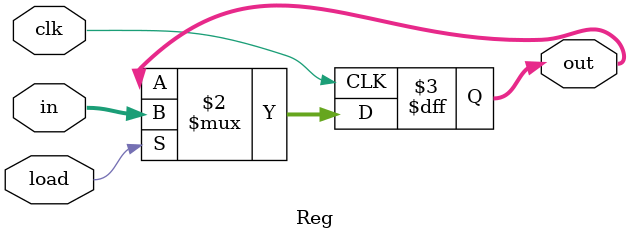
<source format=v>
`define MREAD 2'b10
`define MWRITE 2'b01
`define MNONE 2'b00

module RISCMACHINE(KEY,SW,LEDR,HEX0,HEX1,HEX2,HEX3,HEX4,HEX5,CLOCK_50);
    input [3:0] KEY;
    input CLOCK_50;
    input [9:0] SW;
    output [9:0] LEDR;
    output [6:0] HEX0, HEX1, HEX2, HEX3, HEX4, HEX5;

    wire N,V,Z,w,switch_reader, switch_writer;
    reg [7:0] read_address, write_address ;
    reg write;
    reg [15:0] read_data;
    wire [15:0] din, dout, write_data;
    wire msel,reader,writer;
    reg triInp1,triInp2, load_led;
    wire [1:0] mem_cmd; 
    wire [8:0] mem_addr;

    //initialising cpu module
    cpu CPU(.clk(CLOCK_50),
            .reset(~KEY[1]),
            .s(~KEY[2]),
            .in(read_data),
            .out(write_data),
            .N(N),
            .V(V),
            .Z(Z),
            .w(w),
            .mem_cmd(mem_cmd),
            .mem_addr(mem_addr),
            .halter(LEDR[8])
            );

    
    //initialising RAM module
    RAM MEM(CLOCK_50,mem_addr[7:0],mem_addr[7:0],write,write_data,dout);

    // initalising load regesters.
    Reg #(8) L(load_led, CLOCK_50, write_data[7:0], LEDR[7:0]);

    //initialising Equality comparators 
    EqComp #(1) EQ1(mem_addr[8],1'b0,msel);
    EqComp #(2) EQ2(mem_cmd,`MREAD,reader);
    EqComp #(2) EQ3(mem_cmd,`MWRITE,writer);
    EqComp #(9) EQ4(mem_addr,9'h140,switch_reader);
    EqComp #(9) EQ5(mem_addr,9'h100,switch_writer);

    always @* begin //wiring for I/O and RAM

      triInp1 = msel & reader; //tristate buffer input
      triInp2 = reader & switch_reader;
      read_address = mem_addr[7:0];
      write_address = mem_addr[7:0];
      write = writer & msel;
      if(mem_addr !== 9'h140)
        read_data = triInp1 ? dout : 16'bz; 
      else begin
        read_data[7:0] = triInp2 ? SW[7:0] : 8'bz;
        read_data[15:8] = triInp2 ? 8'b0 : 8'bz;
      end 
      load_led = writer & switch_writer;
    end
endmodule

//RAM which stores the input values
module RAM(clk,read_address,write_address,write,din,dout);
  parameter data_width = 16; 
  parameter addr_width = 8;
  parameter filename = "data.txt";

  input clk;
  input [addr_width-1:0] read_address, write_address;
  input write;
  input [data_width-1:0] din;
  output [data_width-1:0] dout;
  reg [data_width-1:0] dout;

  reg [data_width-1:0] mem [2**addr_width-1:0];

  initial $readmemb(filename, mem);

  always @ (posedge clk) begin
    if (write)
      mem[write_address] <= din;
    dout <= mem[read_address]; // dout doesn't get din in this clock cycle 
                               // (this is due to Verilog non-blocking assignment "<=")
  end 
endmodule

//compares if the inputs are equal
module EqComp(a, b, eq) ;
  parameter k=8;
  input  [k-1:0] a,b;
  output eq;
  wire   eq;

  assign eq = (a==b)? 1:0 ;
endmodule

module Reg (load, clk, in, out); 
  parameter n = 8;
  input load, clk;
  input [n-1:0] in;
  output [n-1:0] out;

  reg [n-1:0] out;

  always @(posedge clk) begin // register to save the current value of output LED
    out = load ? in : out;
  end

endmodule
</source>
